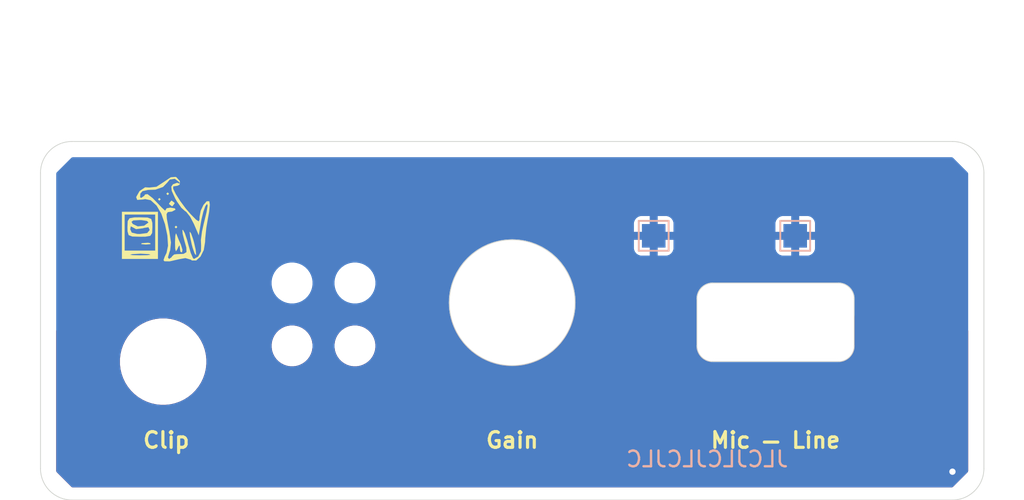
<source format=kicad_pcb>
(kicad_pcb (version 20240108) (generator "pcbnew") (generator_version "8.0")
  (title_block (title "TashRecorder PCB front panel") (date "2024-05-23") (rev "2.1") (company "Lostwave") (comment 1 "https://68kmla.org") (comment 2 "https://github.com/lampmerchant/tashtrecorder"))
  (layers (0 "F.Cu" signal) (31 "B.Cu" power) (36 "B.SilkS" user "B.Silkscreen") (37 "F.SilkS" user "F.Silkscreen") (38 "B.Mask" user) (39 "F.Mask" user) (44 "Edge.Cuts" user))
  (net 0 "")
  (net 1 "Earth")
  (footprint "MountingHole:MountingHole_5mm" (layer "F.Cu") (at 45.8 54)
    (property "Reference" "H1" (hide yes))
    (property "Value" "Clip LED")
    (pad "" np_thru_hole circle (at 0 0) (size 5 5) (drill 5) (layers "*.Cu" "*.Mask"))
  )
  (footprint "LOGO" (layer "F.Cu") (at 46 45)
    (property "Reference" "G***" (hide yes))
    (property "Value" "LOGO" (hide yes))
    (fp_poly (pts (xy -0.352777 -1.322917) (xy -0.440972 -1.234722) (xy -0.529166 -1.322917) (xy -0.440972 -1.411111)) (fill solid) (layer "F.SilkS"))
    (fp_poly (pts (xy 0.176389 -1.675695) (xy 0.088195 -1.5875) (xy 0 -1.675695) (xy 0.088195 -1.763889)) (fill solid) (layer "F.SilkS"))
    (fp_poly (pts (xy 0.705556 0.440972) (xy 0.617361 0.529166) (xy 0.529167 0.440972) (xy 0.617361 0.352778)) (fill solid) (layer "F.SilkS"))
    (fp_poly (pts (xy -1.010879 1.4718) (xy -1.005015 1.529706) (xy -1.281145 1.553355) (xy -1.322916 1.553113) (xy -1.596487 1.527678) (xy -1.570373 1.473992) (xy -1.540045 1.465264) (xy -1.155816 1.439441)) (fill solid) (layer "F.SilkS"))
    (fp_poly (pts (xy 0.524041 -1.100495) (xy 0.529167 -1.058334) (xy 0.394939 -0.88707) (xy 0.352778 -0.881945) (xy 0.181515 -1.016172) (xy 0.176389 -1.058334) (xy 0.310617 -1.229597) (xy 0.352778 -1.234722)) (fill solid) (layer "F.SilkS"))
    (fp_poly (pts (xy 1.577805 0.846991) (xy 1.703949 1.201881) (xy 1.763889 1.411111) (xy 1.869458 1.878465) (xy 1.899972 2.181305) (xy 1.88674 2.229) (xy 1.8026 2.124498) (xy 1.678679 1.771636) (xy 1.619571 1.555429) (xy 1.518013 1.086453) (xy 1.485512 0.784893) (xy 1.49672 0.737539)) (fill solid) (layer "F.SilkS"))
    (fp_poly (pts (xy 0.644185 0.881944) (xy 0.789433 1.248143) (xy 0.924506 1.543137) (xy 1.029802 1.885731) (xy 0.999803 2.057604) (xy 0.899835 2.014307) (xy 0.869547 1.837384) (xy 0.84822 1.605508) (xy 0.77584 1.692776) (xy 0.705556 1.852083) (xy 0.613085 1.988604) (xy 0.566396 1.82721) (xy 0.55549 1.411111) (xy 0.572575 1.000774) (xy 0.61441 0.839519)) (fill solid) (layer "F.SilkS"))
    (fp_poly (pts (xy -0.529166 0.970139) (xy -0.529166 2.469444) (xy -1.675694 2.469444) (xy -2.822222 2.469444) (xy -2.822222 2.201276) (xy -2.303007 2.201276) (xy -2.132638 2.227535) (xy -1.683479 2.238383) (xy -1.675694 2.238398) (xy -1.207122 2.229195) (xy -1.001023 2.203349) (xy -1.099271 2.167021) (xy -1.6356 2.136325) (xy -2.157605 2.165221) (xy -2.303007 2.201276) (xy -2.822222 2.201276) (xy -2.822222 0.970139) (xy -2.822222 0.79375) (xy -2.645833 0.79375) (xy -2.645833 1.940278) (xy -1.675694 1.940278) (xy -0.705555 1.940278) (xy -0.705555 0.79375) (xy -0.705555 -0.352778) (xy -1.675694 -0.352778) (xy -2.645833 -0.352778) (xy -2.645833 0.79375) (xy -2.822222 0.79375) (xy -2.822222 -0.529167) (xy -1.675694 -0.529167) (xy -0.529166 -0.529167)) (fill solid) (layer "F.SilkS"))
    (fp_poly (pts (xy -1.18798 -0.16321) (xy -0.957031 -0.07389) (xy -0.88684 0.166244) (xy -0.881944 0.440972) (xy -0.898889 0.820306) (xy -1.013729 0.999932) (xy -1.322472 1.054525) (xy -1.675694 1.058333) (xy -2.163409 1.045154) (xy -2.394357 0.955834) (xy -2.464548 0.7157) (xy -2.466929 0.582083) (xy -2.293055 0.582083) (xy -2.195457 0.794979) (xy -1.853269 0.8773) (xy -1.675694 0.881944) (xy -1.215774 0.822829) (xy -1.058794 0.636785) (xy -1.058333 0.621727) (xy -1.133873 0.453453) (xy -1.414217 0.49766) (xy -1.476909 0.520651) (xy -1.925187 0.576308) (xy -2.09427 0.481008) (xy -2.255816 0.397303) (xy -2.293055 0.582083) (xy -2.466929 0.582083) (xy -2.469444 0.440972) (xy -2.454608 0.108843) (xy -2.211091 0.108843) (xy -2.131779 0.246374) (xy -1.812864 0.397801) (xy -1.410618 0.35599) (xy -1.133369 0.155097) (xy -1.223136 0.055929) (xy -1.565462 0.002817) (xy -1.686882 0) (xy -2.095601 0.021857) (xy -2.211091 0.108843) (xy -2.454608 0.108843) (xy -2.452499 0.061638) (xy -2.33766 -0.117988) (xy -2.028916 -0.172581) (xy -1.675694 -0.176389)) (fill solid) (layer "F.SilkS"))
    (fp_poly (pts (xy 0.649672 -2.721337) (xy 0.866505 -2.478687) (xy 0.850951 -2.254867) (xy 0.705556 -2.182813) (xy 0.455355 -2.142151) (xy 0.44063 -2.138716) (xy 0.439987 -1.989972) (xy 0.608112 -1.650924) (xy 0.892009 -1.205628) (xy 1.23868 -0.738136) (xy 1.550635 -0.378221) (xy 1.893583 -0.029925) (xy 2.059345 0.080128) (xy 2.112279 -0.029187) (xy 2.116667 -0.212216) (xy 2.189456 -0.600016) (xy 2.363069 -0.964463) (xy 2.57037 -1.198354) (xy 2.736833 -1.202519) (xy 2.770451 -0.975939) (xy 2.726586 -0.525341) (xy 2.66306 -0.179879) (xy 2.546589 0.498798) (xy 2.477574 1.162929) (xy 2.469445 1.392455) (xy 2.386182 1.905129) (xy 2.177447 2.323148) (xy 1.904817 2.569839) (xy 1.629873 2.56853) (xy 1.565486 2.517985) (xy 1.216757 2.415824) (xy 0.821165 2.486875) (xy 0.215732 2.625193) (xy -0.118715 2.619867) (xy -0.176389 2.546043) (xy -0.102134 2.328733) (xy 0.016384 2.086052) (xy 0.110496 1.630787) (xy 0.069052 0.982457) (xy -0.082253 0.261764) (xy -0.317725 -0.41059) (xy -0.611669 -0.913901) (xy -0.625783 -0.930552) (xy -0.991371 -1.264051) (xy -1.341206 -1.336383) (xy -1.494724 -1.308305) (xy -1.848928 -1.283978) (xy -1.912831 -1.452028) (xy -1.662764 -1.452028) (xy -1.596663 -1.411111) (xy -1.397084 -1.54884) (xy -1.352613 -1.631597) (xy -1.193342 -1.652098) (xy -0.864377 -1.398186) (xy -0.619577 -1.146528) (xy -0.28388 -0.792913) (xy -0.084463 -0.609777) (xy -0.058569 -0.617361) (xy 0.021267 -0.751625) (xy 0.264584 -0.79375) (xy 0.545982 -0.746886) (xy 0.590108 -0.661459) (xy 0.362957 -0.540326) (xy 0.254174 -0.529167) (xy 0.091054 -0.504515) (xy 0.019716 -0.381843) (xy 0.036713 -0.088079) (xy 0.1386 0.449849) (xy 0.195389 0.717313) (xy 0.299655 1.422702) (xy 0.249546 1.915272) (xy 0.199171 2.048912) (xy 0.104649 2.376938) (xy 0.180171 2.469444) (xy 0.348484 2.350005) (xy 0.352778 2.316032) (xy 0.498561 2.186446) (xy 0.661459 2.163823) (xy 1.098166 2.147734) (xy 1.285552 2.037457) (xy 1.274308 1.746735) (xy 1.15545 1.323235) (xy 1.043628 0.880944) (xy 1.024052 0.635575) (xy 1.057969 0.617135) (xy 1.176744 0.825904) (xy 1.325372 1.263818) (xy 1.410981 1.586956) (xy 1.554916 2.086027) (xy 1.693685 2.405949) (xy 1.759884 2.469444) (xy 2.026322 2.320181) (xy 2.206567 1.980889) (xy 2.215308 1.620413) (xy 2.200459 1.273512) (xy 2.272696 0.724862) (xy 2.377124 0.251973) (xy 2.559771 -0.50145) (xy 2.630716 -0.92908) (xy 2.589665 -1.027809) (xy 2.483943 -0.881945) (xy 2.362971 -0.551298) (xy 2.23885 -0.035401) (xy 2.199807 0.176389) (xy 2.066836 0.970139) (xy 1.75719 0.246348) (xy 1.513414 -0.217654) (xy 1.267892 -0.525611) (xy 1.190614 -0.576037) (xy 0.95687 -0.78398) (xy 0.672067 -1.190756) (xy 0.564871 -1.382212) (xy 0.349317 -1.852634) (xy 0.317989 -2.127796) (xy 0.422939 -2.278089) (xy 0.691253 -2.375618) (xy 0.794162 -2.335623) (xy 0.85587 -2.331799) (xy 0.81162 -2.425347) (xy 0.540495 -2.626981) (xy 0.224582 -2.578887) (xy 0.066364 -2.387965) (xy -0.207215 -2.106067) (xy -0.690195 -1.93505) (xy -1.168045 -1.917043) (xy -1.513045 -1.83928) (xy -1.647578 -1.685359) (xy -1.662764 -1.452028) (xy -1.912831 -1.452028) (xy -1.916989 -1.462963) (xy -1.702071 -1.845841) (xy -1.345963 -2.086499) (xy -1.080063 -2.071241) (xy -0.624971 -2.121042) (xy -0.153052 -2.427954) (xy 0.28654 -2.725488) (xy 0.595611 -2.749106)) (fill solid) (layer "F.SilkS"))
  )
  (footprint "MountingHole:MountingHole_2.1mm" (layer "F.Cu") (at 58 49)
    (property "Reference" "H3" (hide yes))
    (property "Value" "Mic")
    (pad "" np_thru_hole circle (at 0 0) (size 2.1 2.1) (drill 2.1) (layers "*.Cu" "*.Mask"))
  )
  (footprint "MountingHole:MountingHole_2.1mm" (layer "F.Cu") (at 54 53)
    (property "Reference" "H4" (hide yes))
    (property "Value" "Mic")
    (pad "" np_thru_hole circle (at 0 0) (size 2.1 2.1) (drill 2.1) (layers "*.Cu" "*.Mask"))
  )
  (footprint "MountingHole:MountingHole_2.1mm" (layer "F.Cu") (at 58 53)
    (property "Reference" "H5" (hide yes))
    (property "Value" "Mic")
    (pad "" np_thru_hole circle (at 0 0) (size 2.1 2.1) (drill 2.1) (layers "*.Cu" "*.Mask"))
  )
  (footprint "MountingHole:MountingHole_2.1mm" (layer "F.Cu") (at 54 49)
    (property "Reference" "H2" (hide yes))
    (property "Value" "Mic")
    (pad "" np_thru_hole circle (at 0 0) (size 2.1 2.1) (drill 2.1) (layers "*.Cu" "*.Mask"))
  )
  (footprint "TestPoint:TestPoint_Pad_1.5x1.5mm" (layer "B.Cu") (at 86 46)
    (property "Reference" "TP1" (hide yes))
    (property "Value" "TestPoint")
    (fp_line (start -0.95 -0.95) (end -0.95 0.95) (stroke (width 0.12)) (layer "B.SilkS"))
    (fp_line (start -0.95 0.95) (end 0.95 0.95) (stroke (width 0.12)) (layer "B.SilkS"))
    (fp_line (start 0.95 -0.95) (end -0.95 -0.95) (stroke (width 0.12)) (layer "B.SilkS"))
    (fp_line (start 0.95 0.95) (end 0.95 -0.95) (stroke (width 0.12)) (layer "B.SilkS"))
    (pad "1" smd rect (at 0 0) (size 1.5 1.5) (layers "B.Cu" "B.Mask") (net 1 "Earth"))
  )
  (footprint "TestPoint:TestPoint_Pad_1.5x1.5mm" (layer "B.Cu") (at 77 46)
    (property "Reference" "TP2" (hide yes))
    (property "Value" "TestPoint")
    (fp_line (start -0.95 -0.95) (end -0.95 0.95) (stroke (width 0.12)) (layer "B.SilkS"))
    (fp_line (start -0.95 0.95) (end 0.95 0.95) (stroke (width 0.12)) (layer "B.SilkS"))
    (fp_line (start 0.95 -0.95) (end -0.95 -0.95) (stroke (width 0.12)) (layer "B.SilkS"))
    (fp_line (start 0.95 0.95) (end 0.95 -0.95) (stroke (width 0.12)) (layer "B.SilkS"))
    (pad "1" smd rect (at 0 0) (size 1.5 1.5) (layers "B.Cu" "B.Mask") (net 1 "Earth"))
  )
  (gr_arc (start 96 40) (mid 97.414214 40.585786) (end 98 42) (stroke (width 0.05)) (layer "Edge.Cuts"))
  (gr_arc (start 40 62.8) (mid 38.585786 62.214214) (end 38 60.8) (stroke (width 0.05)) (layer "Edge.Cuts"))
  (gr_arc (start 98 60.8) (mid 97.414214 62.214214) (end 96 62.8) (stroke (width 0.05)) (layer "Edge.Cuts"))
  (gr_line (start 98 42) (end 98 60.8) (stroke (width 0.05)) (layer "Edge.Cuts"))
  (gr_line (start 96 62.8) (end 40 62.8) (stroke (width 0.05)) (layer "Edge.Cuts"))
  (gr_line (start 38 60.8) (end 38 42) (stroke (width 0.05)) (layer "Edge.Cuts"))
  (gr_line (start 40 40) (end 96 40) (stroke (width 0.05)) (layer "Edge.Cuts"))
  (gr_line (start 80.75 54) (end 88.75 54) (stroke (width 0.05)) (layer "Edge.Cuts"))
  (gr_line (start 80.75 49) (end 88.75 49) (stroke (width 0.05)) (layer "Edge.Cuts"))
  (gr_arc (start 88.75 49) (mid 89.457107 49.292893) (end 89.75 50) (stroke (width 0.05)) (layer "Edge.Cuts"))
  (gr_arc (start 38 42) (mid 38.585786 40.585786) (end 40 40) (stroke (width 0.05)) (layer "Edge.Cuts"))
  (gr_arc (start 80.75 54) (mid 80.042893 53.707107) (end 79.75 53) (stroke (width 0.05)) (layer "Edge.Cuts"))
  (gr_arc (start 79.75 50) (mid 80.042893 49.292893) (end 80.75 49) (stroke (width 0.05)) (layer "Edge.Cuts"))
  (gr_arc (start 89.75 53) (mid 89.457107 53.707107) (end 88.75 54) (stroke (width 0.05)) (layer "Edge.Cuts"))
  (gr_line (start 89.75 50) (end 89.75 53) (stroke (width 0.05)) (layer "Edge.Cuts"))
  (gr_line (start 79.75 53) (end 79.75 50) (stroke (width 0.05)) (layer "Edge.Cuts"))
  (gr_circle (center 68 50.25) (end 72 50.25) (stroke (width 0.05)) (fill none) (layer "Edge.Cuts"))
  (gr_text "JLCJLCJLCJLC" (at 80.4 60.2 0) (layer "B.SilkS") (effects (font (size 1 1)) (justify mirror)))
  (gr_text "Clip" (at 46 59 0) (layer "F.SilkS") (effects (font (size 1 1) (thickness 0.2))))
  (gr_text "Gain" (at 68 59 0) (layer "F.SilkS") (effects (font (size 1 1) (thickness 0.2))))
  (gr_text "Mic — Line" (at 84.75 59 0) (layer "F.SilkS") (effects (font (size 1 1) (thickness 0.2))))
  (via (at 96 61) (size 0.8) (drill 0.4) (layers "F.Cu" "B.Cu") (net 1))
  (segment (start 86 46) (end 94 46) (width 0.25) (layer "B.Cu") (net 1))
  (segment (start 86 46) (end 77 46) (width 0.25) (layer "B.Cu") (net 1))
  (segment (start 94 46) (end 96 48) (width 0.25) (layer "B.Cu") (net 1))
  (segment (start 96 48) (end 96 61) (width 0.25) (layer "B.Cu") (net 1))
  (zone (net 1) (net_name "Earth") (layer "F.Cu") (connect_pads (clearance 0.508)) (min_thickness 0.254) (fill yes (thermal_gap 0.508) (thermal_bridge_width 0.508))
    (polygon (pts (xy 49.5 51) (xy 96 51) (xy 97 52) (xy 97 61) (xy 96 62) (xy 40 62) (xy 39 61) (xy 39 52) (xy 40 51) (xy 42.5 51) (xy 43.5 50) (xy 48.5 50)))
  )
  (zone (net 1) (net_name "Earth") (layer "B.Cu") (connect_pads (clearance 0.508)) (min_thickness 0.254) (fill yes (thermal_gap 0.508) (thermal_bridge_width 0.508))
    (polygon (pts (xy 97 42) (xy 97 61) (xy 96 62) (xy 40 62) (xy 39 61) (xy 39 42) (xy 40 41) (xy 96 41)))
  )
)
</source>
